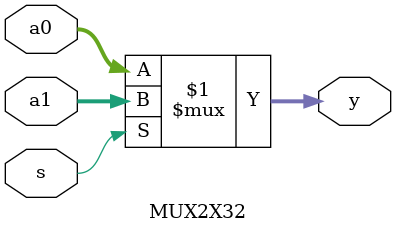
<source format=v>
`timescale 1ns / 1ps


module MUX2X32(a0,a1,s,y);
    input [31:0]a0,a1;
    input s;
    output [31:0]y;
    assign y = s ? a1:a0;
endmodule

</source>
